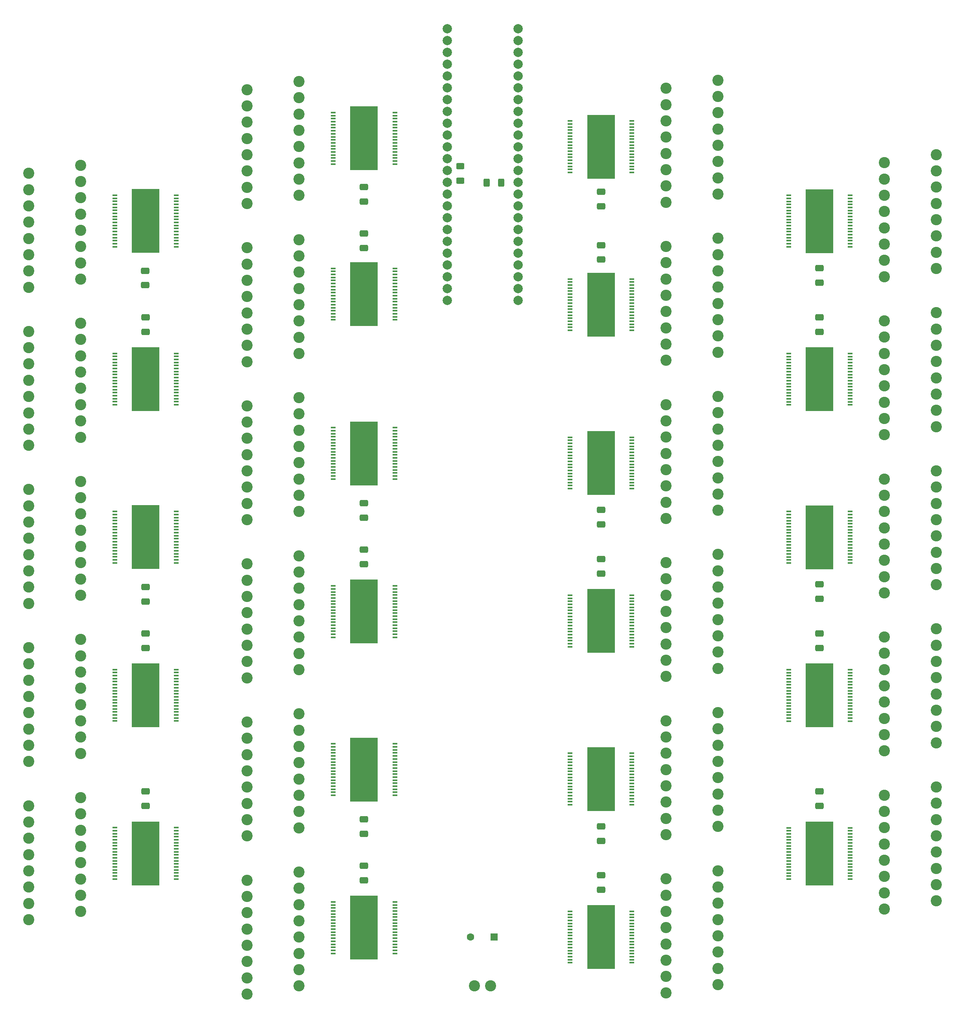
<source format=gbr>
%TF.GenerationSoftware,KiCad,Pcbnew,(6.0.10)*%
%TF.CreationDate,2024-04-02T10:47:47-04:00*%
%TF.ProjectId,OM3Controller,4f4d3343-6f6e-4747-926f-6c6c65722e6b,rev?*%
%TF.SameCoordinates,Original*%
%TF.FileFunction,Soldermask,Top*%
%TF.FilePolarity,Negative*%
%FSLAX46Y46*%
G04 Gerber Fmt 4.6, Leading zero omitted, Abs format (unit mm)*
G04 Created by KiCad (PCBNEW (6.0.10)) date 2024-04-02 10:47:47*
%MOMM*%
%LPD*%
G01*
G04 APERTURE LIST*
G04 Aperture macros list*
%AMRoundRect*
0 Rectangle with rounded corners*
0 $1 Rounding radius*
0 $2 $3 $4 $5 $6 $7 $8 $9 X,Y pos of 4 corners*
0 Add a 4 corners polygon primitive as box body*
4,1,4,$2,$3,$4,$5,$6,$7,$8,$9,$2,$3,0*
0 Add four circle primitives for the rounded corners*
1,1,$1+$1,$2,$3*
1,1,$1+$1,$4,$5*
1,1,$1+$1,$6,$7*
1,1,$1+$1,$8,$9*
0 Add four rect primitives between the rounded corners*
20,1,$1+$1,$2,$3,$4,$5,0*
20,1,$1+$1,$4,$5,$6,$7,0*
20,1,$1+$1,$6,$7,$8,$9,0*
20,1,$1+$1,$8,$9,$2,$3,0*%
G04 Aperture macros list end*
%ADD10C,2.400000*%
%ADD11R,1.100000X0.400000*%
%ADD12R,5.900000X13.700000*%
%ADD13RoundRect,0.250000X-0.650000X0.412500X-0.650000X-0.412500X0.650000X-0.412500X0.650000X0.412500X0*%
%ADD14RoundRect,0.250000X0.650000X-0.412500X0.650000X0.412500X-0.650000X0.412500X-0.650000X-0.412500X0*%
%ADD15RoundRect,0.250000X0.400000X0.625000X-0.400000X0.625000X-0.400000X-0.625000X0.400000X-0.625000X0*%
%ADD16RoundRect,0.250000X-0.625000X0.400000X-0.625000X-0.400000X0.625000X-0.400000X0.625000X0.400000X0*%
%ADD17C,2.000000*%
%ADD18R,1.600000X1.600000*%
%ADD19C,1.600000*%
G04 APERTURE END LIST*
D10*
%TO.C,J21*%
X419000000Y-228725000D03*
X430200000Y-226975000D03*
X419000000Y-225225000D03*
X430200000Y-223475000D03*
X419000000Y-221725000D03*
X430200000Y-219975000D03*
X419000000Y-218225000D03*
X430200000Y-216475000D03*
X419000000Y-214725000D03*
X430200000Y-212975000D03*
X419000000Y-211225000D03*
X430200000Y-209475000D03*
X419000000Y-207725000D03*
X430200000Y-205975000D03*
X419000000Y-204225000D03*
X430200000Y-202475000D03*
%TD*%
%TO.C,J3*%
X246000000Y-238750000D03*
X234800000Y-240500000D03*
X246000000Y-242250000D03*
X234800000Y-244000000D03*
X246000000Y-245750000D03*
X234800000Y-247500000D03*
X246000000Y-249250000D03*
X234800000Y-251000000D03*
X246000000Y-252750000D03*
X234800000Y-254500000D03*
X246000000Y-256250000D03*
X234800000Y-258000000D03*
X246000000Y-259750000D03*
X234800000Y-261500000D03*
X246000000Y-263250000D03*
X234800000Y-265000000D03*
%TD*%
D11*
%TO.C,U2*%
X266625000Y-222275000D03*
X266625000Y-221625000D03*
X266625000Y-220975000D03*
X266625000Y-220325000D03*
X266625000Y-219675000D03*
X266625000Y-219025000D03*
X266625000Y-218375000D03*
X266625000Y-217725000D03*
X266625000Y-217075000D03*
X266625000Y-216425000D03*
X266625000Y-215775000D03*
X266625000Y-215125000D03*
X266625000Y-214475000D03*
X266625000Y-213825000D03*
X266625000Y-213175000D03*
X266625000Y-212525000D03*
X266625000Y-211875000D03*
X266625000Y-211225000D03*
X253375000Y-211225000D03*
X253375000Y-211875000D03*
X253375000Y-212525000D03*
X253375000Y-213175000D03*
X253375000Y-213825000D03*
X253375000Y-214475000D03*
X253375000Y-215125000D03*
X253375000Y-215775000D03*
X253375000Y-216425000D03*
X253375000Y-217075000D03*
X253375000Y-217725000D03*
X253375000Y-218375000D03*
X253375000Y-219025000D03*
X253375000Y-219675000D03*
X253375000Y-220325000D03*
X253375000Y-220975000D03*
X253375000Y-221625000D03*
X253375000Y-222275000D03*
D12*
X260000000Y-216750000D03*
%TD*%
D11*
%TO.C,U19*%
X398375000Y-211250000D03*
X398375000Y-211900000D03*
X398375000Y-212550000D03*
X398375000Y-213200000D03*
X398375000Y-213850000D03*
X398375000Y-214500000D03*
X398375000Y-215150000D03*
X398375000Y-215800000D03*
X398375000Y-216450000D03*
X398375000Y-217100000D03*
X398375000Y-217750000D03*
X398375000Y-218400000D03*
X398375000Y-219050000D03*
X398375000Y-219700000D03*
X398375000Y-220350000D03*
X398375000Y-221000000D03*
X398375000Y-221650000D03*
X398375000Y-222300000D03*
X411625000Y-222300000D03*
X411625000Y-221650000D03*
X411625000Y-221000000D03*
X411625000Y-220350000D03*
X411625000Y-219700000D03*
X411625000Y-219050000D03*
X411625000Y-218400000D03*
X411625000Y-217750000D03*
X411625000Y-217100000D03*
X411625000Y-216450000D03*
X411625000Y-215800000D03*
X411625000Y-215150000D03*
X411625000Y-214500000D03*
X411625000Y-213850000D03*
X411625000Y-213200000D03*
X411625000Y-212550000D03*
X411625000Y-211900000D03*
X411625000Y-211250000D03*
D12*
X405000000Y-216775000D03*
%TD*%
D10*
%TO.C,J18*%
X372000000Y-314725000D03*
X383200000Y-312975000D03*
X372000000Y-311225000D03*
X383200000Y-309475000D03*
X372000000Y-307725000D03*
X383200000Y-305975000D03*
X372000000Y-304225000D03*
X383200000Y-302475000D03*
X372000000Y-300725000D03*
X383200000Y-298975000D03*
X372000000Y-297225000D03*
X383200000Y-295475000D03*
X372000000Y-293725000D03*
X383200000Y-291975000D03*
X372000000Y-290225000D03*
X383200000Y-288475000D03*
%TD*%
D11*
%TO.C,U8*%
X313625000Y-238250000D03*
X313625000Y-237600000D03*
X313625000Y-236950000D03*
X313625000Y-236300000D03*
X313625000Y-235650000D03*
X313625000Y-235000000D03*
X313625000Y-234350000D03*
X313625000Y-233700000D03*
X313625000Y-233050000D03*
X313625000Y-232400000D03*
X313625000Y-231750000D03*
X313625000Y-231100000D03*
X313625000Y-230450000D03*
X313625000Y-229800000D03*
X313625000Y-229150000D03*
X313625000Y-228500000D03*
X313625000Y-227850000D03*
X313625000Y-227200000D03*
X300375000Y-227200000D03*
X300375000Y-227850000D03*
X300375000Y-228500000D03*
X300375000Y-229150000D03*
X300375000Y-229800000D03*
X300375000Y-230450000D03*
X300375000Y-231100000D03*
X300375000Y-231750000D03*
X300375000Y-232400000D03*
X300375000Y-233050000D03*
X300375000Y-233700000D03*
X300375000Y-234350000D03*
X300375000Y-235000000D03*
X300375000Y-235650000D03*
X300375000Y-236300000D03*
X300375000Y-236950000D03*
X300375000Y-237600000D03*
X300375000Y-238250000D03*
D12*
X307000000Y-232725000D03*
%TD*%
D10*
%TO.C,J15*%
X372000000Y-212725000D03*
X383200000Y-210975000D03*
X372000000Y-209225000D03*
X383200000Y-207475000D03*
X372000000Y-205725000D03*
X383200000Y-203975000D03*
X372000000Y-202225000D03*
X383200000Y-200475000D03*
X372000000Y-198725000D03*
X383200000Y-196975000D03*
X372000000Y-195225000D03*
X383200000Y-193475000D03*
X372000000Y-191725000D03*
X383200000Y-189975000D03*
X372000000Y-188225000D03*
X383200000Y-186475000D03*
%TD*%
%TO.C,J9*%
X293000000Y-254750000D03*
X281800000Y-256500000D03*
X293000000Y-258250000D03*
X281800000Y-260000000D03*
X293000000Y-261750000D03*
X281800000Y-263500000D03*
X293000000Y-265250000D03*
X281800000Y-267000000D03*
X293000000Y-268750000D03*
X281800000Y-270500000D03*
X293000000Y-272250000D03*
X281800000Y-274000000D03*
X293000000Y-275750000D03*
X281800000Y-277500000D03*
X293000000Y-279250000D03*
X281800000Y-281000000D03*
%TD*%
%TO.C,J4*%
X246000000Y-272750000D03*
X234800000Y-274500000D03*
X246000000Y-276250000D03*
X234800000Y-278000000D03*
X246000000Y-279750000D03*
X234800000Y-281500000D03*
X246000000Y-283250000D03*
X234800000Y-285000000D03*
X246000000Y-286750000D03*
X234800000Y-288500000D03*
X246000000Y-290250000D03*
X234800000Y-292000000D03*
X246000000Y-293750000D03*
X234800000Y-295500000D03*
X246000000Y-297250000D03*
X234800000Y-299000000D03*
%TD*%
D13*
%TO.C,C7*%
X307000000Y-185437500D03*
X307000000Y-188562500D03*
%TD*%
D14*
%TO.C,C8*%
X307000000Y-246562500D03*
X307000000Y-243437500D03*
%TD*%
D13*
%TO.C,C22*%
X405000000Y-271437500D03*
X405000000Y-274562500D03*
%TD*%
D11*
%TO.C,U18*%
X398375000Y-177250000D03*
X398375000Y-177900000D03*
X398375000Y-178550000D03*
X398375000Y-179200000D03*
X398375000Y-179850000D03*
X398375000Y-180500000D03*
X398375000Y-181150000D03*
X398375000Y-181800000D03*
X398375000Y-182450000D03*
X398375000Y-183100000D03*
X398375000Y-183750000D03*
X398375000Y-184400000D03*
X398375000Y-185050000D03*
X398375000Y-185700000D03*
X398375000Y-186350000D03*
X398375000Y-187000000D03*
X398375000Y-187650000D03*
X398375000Y-188300000D03*
X411625000Y-188300000D03*
X411625000Y-187650000D03*
X411625000Y-187000000D03*
X411625000Y-186350000D03*
X411625000Y-185700000D03*
X411625000Y-185050000D03*
X411625000Y-184400000D03*
X411625000Y-183750000D03*
X411625000Y-183100000D03*
X411625000Y-182450000D03*
X411625000Y-181800000D03*
X411625000Y-181150000D03*
X411625000Y-180500000D03*
X411625000Y-179850000D03*
X411625000Y-179200000D03*
X411625000Y-178550000D03*
X411625000Y-177900000D03*
X411625000Y-177250000D03*
D12*
X405000000Y-182775000D03*
%TD*%
D15*
%TO.C,R1*%
X336500000Y-174500000D03*
X333400000Y-174500000D03*
%TD*%
D16*
%TO.C,R2*%
X327750000Y-170950000D03*
X327750000Y-174050000D03*
%TD*%
D10*
%TO.C,J17*%
X372000000Y-280725000D03*
X383200000Y-278975000D03*
X372000000Y-277225000D03*
X383200000Y-275475000D03*
X372000000Y-273725000D03*
X383200000Y-271975000D03*
X372000000Y-270225000D03*
X383200000Y-268475000D03*
X372000000Y-266725000D03*
X383200000Y-264975000D03*
X372000000Y-263225000D03*
X383200000Y-261475000D03*
X372000000Y-259725000D03*
X383200000Y-257975000D03*
X372000000Y-256225000D03*
X383200000Y-254475000D03*
%TD*%
D14*
%TO.C,C10*%
X307000000Y-314562500D03*
X307000000Y-311437500D03*
%TD*%
D11*
%TO.C,U11*%
X313625000Y-340250000D03*
X313625000Y-339600000D03*
X313625000Y-338950000D03*
X313625000Y-338300000D03*
X313625000Y-337650000D03*
X313625000Y-337000000D03*
X313625000Y-336350000D03*
X313625000Y-335700000D03*
X313625000Y-335050000D03*
X313625000Y-334400000D03*
X313625000Y-333750000D03*
X313625000Y-333100000D03*
X313625000Y-332450000D03*
X313625000Y-331800000D03*
X313625000Y-331150000D03*
X313625000Y-330500000D03*
X313625000Y-329850000D03*
X313625000Y-329200000D03*
X300375000Y-329200000D03*
X300375000Y-329850000D03*
X300375000Y-330500000D03*
X300375000Y-331150000D03*
X300375000Y-331800000D03*
X300375000Y-332450000D03*
X300375000Y-333100000D03*
X300375000Y-333750000D03*
X300375000Y-334400000D03*
X300375000Y-335050000D03*
X300375000Y-335700000D03*
X300375000Y-336350000D03*
X300375000Y-337000000D03*
X300375000Y-337650000D03*
X300375000Y-338300000D03*
X300375000Y-338950000D03*
X300375000Y-339600000D03*
X300375000Y-340250000D03*
D12*
X307000000Y-334725000D03*
%TD*%
D14*
%TO.C,C1*%
X259910000Y-196562500D03*
X259910000Y-193437500D03*
%TD*%
D10*
%TO.C,J16*%
X372000000Y-246725000D03*
X383200000Y-244975000D03*
X372000000Y-243225000D03*
X383200000Y-241475000D03*
X372000000Y-239725000D03*
X383200000Y-237975000D03*
X372000000Y-236225000D03*
X383200000Y-234475000D03*
X372000000Y-232725000D03*
X383200000Y-230975000D03*
X372000000Y-229225000D03*
X383200000Y-227475000D03*
X372000000Y-225725000D03*
X383200000Y-223975000D03*
X372000000Y-222225000D03*
X383200000Y-220475000D03*
%TD*%
D11*
%TO.C,U12*%
X351375000Y-161250000D03*
X351375000Y-161900000D03*
X351375000Y-162550000D03*
X351375000Y-163200000D03*
X351375000Y-163850000D03*
X351375000Y-164500000D03*
X351375000Y-165150000D03*
X351375000Y-165800000D03*
X351375000Y-166450000D03*
X351375000Y-167100000D03*
X351375000Y-167750000D03*
X351375000Y-168400000D03*
X351375000Y-169050000D03*
X351375000Y-169700000D03*
X351375000Y-170350000D03*
X351375000Y-171000000D03*
X351375000Y-171650000D03*
X351375000Y-172300000D03*
X364625000Y-172300000D03*
X364625000Y-171650000D03*
X364625000Y-171000000D03*
X364625000Y-170350000D03*
X364625000Y-169700000D03*
X364625000Y-169050000D03*
X364625000Y-168400000D03*
X364625000Y-167750000D03*
X364625000Y-167100000D03*
X364625000Y-166450000D03*
X364625000Y-165800000D03*
X364625000Y-165150000D03*
X364625000Y-164500000D03*
X364625000Y-163850000D03*
X364625000Y-163200000D03*
X364625000Y-162550000D03*
X364625000Y-161900000D03*
X364625000Y-161250000D03*
D12*
X358000000Y-166775000D03*
%TD*%
D13*
%TO.C,C16*%
X358000000Y-255437500D03*
X358000000Y-258562500D03*
%TD*%
D11*
%TO.C,U15*%
X351375000Y-263250000D03*
X351375000Y-263900000D03*
X351375000Y-264550000D03*
X351375000Y-265200000D03*
X351375000Y-265850000D03*
X351375000Y-266500000D03*
X351375000Y-267150000D03*
X351375000Y-267800000D03*
X351375000Y-268450000D03*
X351375000Y-269100000D03*
X351375000Y-269750000D03*
X351375000Y-270400000D03*
X351375000Y-271050000D03*
X351375000Y-271700000D03*
X351375000Y-272350000D03*
X351375000Y-273000000D03*
X351375000Y-273650000D03*
X351375000Y-274300000D03*
X364625000Y-274300000D03*
X364625000Y-273650000D03*
X364625000Y-273000000D03*
X364625000Y-272350000D03*
X364625000Y-271700000D03*
X364625000Y-271050000D03*
X364625000Y-270400000D03*
X364625000Y-269750000D03*
X364625000Y-269100000D03*
X364625000Y-268450000D03*
X364625000Y-267800000D03*
X364625000Y-267150000D03*
X364625000Y-266500000D03*
X364625000Y-265850000D03*
X364625000Y-265200000D03*
X364625000Y-264550000D03*
X364625000Y-263900000D03*
X364625000Y-263250000D03*
D12*
X358000000Y-268775000D03*
%TD*%
D14*
%TO.C,C17*%
X358000000Y-316037500D03*
X358000000Y-312912500D03*
%TD*%
D10*
%TO.C,J6*%
X293000000Y-152750000D03*
X281800000Y-154500000D03*
X293000000Y-156250000D03*
X281800000Y-158000000D03*
X293000000Y-159750000D03*
X281800000Y-161500000D03*
X293000000Y-163250000D03*
X281800000Y-165000000D03*
X293000000Y-166750000D03*
X281800000Y-168500000D03*
X293000000Y-170250000D03*
X281800000Y-172000000D03*
X293000000Y-173750000D03*
X281800000Y-175500000D03*
X293000000Y-177250000D03*
X281800000Y-179000000D03*
%TD*%
%TO.C,J22*%
X419000000Y-262725000D03*
X430200000Y-260975000D03*
X419000000Y-259225000D03*
X430200000Y-257475000D03*
X419000000Y-255725000D03*
X430200000Y-253975000D03*
X419000000Y-252225000D03*
X430200000Y-250475000D03*
X419000000Y-248725000D03*
X430200000Y-246975000D03*
X419000000Y-245225000D03*
X430200000Y-243475000D03*
X419000000Y-241725000D03*
X430200000Y-239975000D03*
X419000000Y-238225000D03*
X430200000Y-236475000D03*
%TD*%
D13*
%TO.C,C4*%
X260000000Y-271437500D03*
X260000000Y-274562500D03*
%TD*%
D11*
%TO.C,U22*%
X398375000Y-313250000D03*
X398375000Y-313900000D03*
X398375000Y-314550000D03*
X398375000Y-315200000D03*
X398375000Y-315850000D03*
X398375000Y-316500000D03*
X398375000Y-317150000D03*
X398375000Y-317800000D03*
X398375000Y-318450000D03*
X398375000Y-319100000D03*
X398375000Y-319750000D03*
X398375000Y-320400000D03*
X398375000Y-321050000D03*
X398375000Y-321700000D03*
X398375000Y-322350000D03*
X398375000Y-323000000D03*
X398375000Y-323650000D03*
X398375000Y-324300000D03*
X411625000Y-324300000D03*
X411625000Y-323650000D03*
X411625000Y-323000000D03*
X411625000Y-322350000D03*
X411625000Y-321700000D03*
X411625000Y-321050000D03*
X411625000Y-320400000D03*
X411625000Y-319750000D03*
X411625000Y-319100000D03*
X411625000Y-318450000D03*
X411625000Y-317800000D03*
X411625000Y-317150000D03*
X411625000Y-316500000D03*
X411625000Y-315850000D03*
X411625000Y-315200000D03*
X411625000Y-314550000D03*
X411625000Y-313900000D03*
X411625000Y-313250000D03*
D12*
X405000000Y-318775000D03*
%TD*%
D14*
%TO.C,C15*%
X358000000Y-248037500D03*
X358000000Y-244912500D03*
%TD*%
D10*
%TO.C,J7*%
X293000000Y-186750000D03*
X281800000Y-188500000D03*
X293000000Y-190250000D03*
X281800000Y-192000000D03*
X293000000Y-193750000D03*
X281800000Y-195500000D03*
X293000000Y-197250000D03*
X281800000Y-199000000D03*
X293000000Y-200750000D03*
X281800000Y-202500000D03*
X293000000Y-204250000D03*
X281800000Y-206000000D03*
X293000000Y-207750000D03*
X281800000Y-209500000D03*
X293000000Y-211250000D03*
X281800000Y-213000000D03*
%TD*%
D13*
%TO.C,C5*%
X260000000Y-305437500D03*
X260000000Y-308562500D03*
%TD*%
D10*
%TO.C,J1*%
X246000000Y-170750000D03*
X234800000Y-172500000D03*
X246000000Y-174250000D03*
X234800000Y-176000000D03*
X246000000Y-177750000D03*
X234800000Y-179500000D03*
X246000000Y-181250000D03*
X234800000Y-183000000D03*
X246000000Y-184750000D03*
X234800000Y-186500000D03*
X246000000Y-188250000D03*
X234800000Y-190000000D03*
X246000000Y-191750000D03*
X234800000Y-193500000D03*
X246000000Y-195250000D03*
X234800000Y-197000000D03*
%TD*%
D11*
%TO.C,U9*%
X313625000Y-272275000D03*
X313625000Y-271625000D03*
X313625000Y-270975000D03*
X313625000Y-270325000D03*
X313625000Y-269675000D03*
X313625000Y-269025000D03*
X313625000Y-268375000D03*
X313625000Y-267725000D03*
X313625000Y-267075000D03*
X313625000Y-266425000D03*
X313625000Y-265775000D03*
X313625000Y-265125000D03*
X313625000Y-264475000D03*
X313625000Y-263825000D03*
X313625000Y-263175000D03*
X313625000Y-262525000D03*
X313625000Y-261875000D03*
X313625000Y-261225000D03*
X300375000Y-261225000D03*
X300375000Y-261875000D03*
X300375000Y-262525000D03*
X300375000Y-263175000D03*
X300375000Y-263825000D03*
X300375000Y-264475000D03*
X300375000Y-265125000D03*
X300375000Y-265775000D03*
X300375000Y-266425000D03*
X300375000Y-267075000D03*
X300375000Y-267725000D03*
X300375000Y-268375000D03*
X300375000Y-269025000D03*
X300375000Y-269675000D03*
X300375000Y-270325000D03*
X300375000Y-270975000D03*
X300375000Y-271625000D03*
X300375000Y-272275000D03*
D12*
X307000000Y-266750000D03*
%TD*%
D13*
%TO.C,C2*%
X260000000Y-203437500D03*
X260000000Y-206562500D03*
%TD*%
D10*
%TO.C,J19*%
X372000000Y-348725000D03*
X383200000Y-346975000D03*
X372000000Y-345225000D03*
X383200000Y-343475000D03*
X372000000Y-341725000D03*
X383200000Y-339975000D03*
X372000000Y-338225000D03*
X383200000Y-336475000D03*
X372000000Y-334725000D03*
X383200000Y-332975000D03*
X372000000Y-331225000D03*
X383200000Y-329475000D03*
X372000000Y-327725000D03*
X383200000Y-325975000D03*
X372000000Y-324225000D03*
X383200000Y-322475000D03*
%TD*%
D11*
%TO.C,U3*%
X266625000Y-256275000D03*
X266625000Y-255625000D03*
X266625000Y-254975000D03*
X266625000Y-254325000D03*
X266625000Y-253675000D03*
X266625000Y-253025000D03*
X266625000Y-252375000D03*
X266625000Y-251725000D03*
X266625000Y-251075000D03*
X266625000Y-250425000D03*
X266625000Y-249775000D03*
X266625000Y-249125000D03*
X266625000Y-248475000D03*
X266625000Y-247825000D03*
X266625000Y-247175000D03*
X266625000Y-246525000D03*
X266625000Y-245875000D03*
X266625000Y-245225000D03*
X253375000Y-245225000D03*
X253375000Y-245875000D03*
X253375000Y-246525000D03*
X253375000Y-247175000D03*
X253375000Y-247825000D03*
X253375000Y-248475000D03*
X253375000Y-249125000D03*
X253375000Y-249775000D03*
X253375000Y-250425000D03*
X253375000Y-251075000D03*
X253375000Y-251725000D03*
X253375000Y-252375000D03*
X253375000Y-253025000D03*
X253375000Y-253675000D03*
X253375000Y-254325000D03*
X253375000Y-254975000D03*
X253375000Y-255625000D03*
X253375000Y-256275000D03*
D12*
X260000000Y-250750000D03*
%TD*%
D10*
%TO.C,J8*%
X293000000Y-220750000D03*
X281800000Y-222500000D03*
X293000000Y-224250000D03*
X281800000Y-226000000D03*
X293000000Y-227750000D03*
X281800000Y-229500000D03*
X293000000Y-231250000D03*
X281800000Y-233000000D03*
X293000000Y-234750000D03*
X281800000Y-236500000D03*
X293000000Y-238250000D03*
X281800000Y-240000000D03*
X293000000Y-241750000D03*
X281800000Y-243500000D03*
X293000000Y-245250000D03*
X281800000Y-247000000D03*
%TD*%
D13*
%TO.C,C20*%
X405000000Y-203437500D03*
X405000000Y-206562500D03*
%TD*%
D17*
%TO.C,MCU1*%
X324880000Y-141425000D03*
X324880000Y-143965000D03*
X324880000Y-146505000D03*
X324880000Y-149045000D03*
X324880000Y-151585000D03*
X324880000Y-154125000D03*
X324880000Y-156665000D03*
X324880000Y-159205000D03*
X324880000Y-161745000D03*
X324880000Y-164285000D03*
X324880000Y-166825000D03*
X324880000Y-169365000D03*
X324880000Y-171905000D03*
X324880000Y-174445000D03*
X324880000Y-176985000D03*
X324880000Y-179525000D03*
X324880000Y-182065000D03*
X324880000Y-184605000D03*
X324880000Y-187145000D03*
X324880000Y-189685000D03*
X324880000Y-192225000D03*
X324880000Y-194765000D03*
X324880000Y-197305000D03*
X324880000Y-199845000D03*
X340120000Y-141425000D03*
X340120000Y-143965000D03*
X340120000Y-146505000D03*
X340120000Y-149045000D03*
X340120000Y-151585000D03*
X340120000Y-154125000D03*
X340120000Y-156665000D03*
X340120000Y-159205000D03*
X340120000Y-161745000D03*
X340120000Y-164285000D03*
X340120000Y-166825000D03*
X340120000Y-169365000D03*
X340120000Y-171905000D03*
X340120000Y-174445000D03*
X340120000Y-176985000D03*
X340120000Y-179525000D03*
X340120000Y-182065000D03*
X340120000Y-184605000D03*
X340120000Y-187145000D03*
X340120000Y-189685000D03*
X340120000Y-192225000D03*
X340120000Y-194765000D03*
X340120000Y-197305000D03*
X340120000Y-199845000D03*
%TD*%
D11*
%TO.C,U20*%
X398375000Y-245250000D03*
X398375000Y-245900000D03*
X398375000Y-246550000D03*
X398375000Y-247200000D03*
X398375000Y-247850000D03*
X398375000Y-248500000D03*
X398375000Y-249150000D03*
X398375000Y-249800000D03*
X398375000Y-250450000D03*
X398375000Y-251100000D03*
X398375000Y-251750000D03*
X398375000Y-252400000D03*
X398375000Y-253050000D03*
X398375000Y-253700000D03*
X398375000Y-254350000D03*
X398375000Y-255000000D03*
X398375000Y-255650000D03*
X398375000Y-256300000D03*
X411625000Y-256300000D03*
X411625000Y-255650000D03*
X411625000Y-255000000D03*
X411625000Y-254350000D03*
X411625000Y-253700000D03*
X411625000Y-253050000D03*
X411625000Y-252400000D03*
X411625000Y-251750000D03*
X411625000Y-251100000D03*
X411625000Y-250450000D03*
X411625000Y-249800000D03*
X411625000Y-249150000D03*
X411625000Y-248500000D03*
X411625000Y-247850000D03*
X411625000Y-247200000D03*
X411625000Y-246550000D03*
X411625000Y-245900000D03*
X411625000Y-245250000D03*
D12*
X405000000Y-250775000D03*
%TD*%
D10*
%TO.C,J5*%
X246000000Y-306750000D03*
X234800000Y-308500000D03*
X246000000Y-310250000D03*
X234800000Y-312000000D03*
X246000000Y-313750000D03*
X234800000Y-315500000D03*
X246000000Y-317250000D03*
X234800000Y-319000000D03*
X246000000Y-320750000D03*
X234800000Y-322500000D03*
X246000000Y-324250000D03*
X234800000Y-326000000D03*
X246000000Y-327750000D03*
X234800000Y-329500000D03*
X246000000Y-331250000D03*
X234800000Y-333000000D03*
%TD*%
%TO.C,J11*%
X293000000Y-322750000D03*
X281800000Y-324500000D03*
X293000000Y-326250000D03*
X281800000Y-328000000D03*
X293000000Y-329750000D03*
X281800000Y-331500000D03*
X293000000Y-333250000D03*
X281800000Y-335000000D03*
X293000000Y-336750000D03*
X281800000Y-338500000D03*
X293000000Y-340250000D03*
X281800000Y-342000000D03*
X293000000Y-343750000D03*
X281800000Y-345500000D03*
X293000000Y-347250000D03*
X281800000Y-349000000D03*
%TD*%
D13*
%TO.C,C18*%
X358000000Y-323437500D03*
X358000000Y-326562500D03*
%TD*%
%TO.C,C14*%
X358000000Y-187937500D03*
X358000000Y-191062500D03*
%TD*%
D10*
%TO.C,J10*%
X293000000Y-288750000D03*
X281800000Y-290500000D03*
X293000000Y-292250000D03*
X281800000Y-294000000D03*
X293000000Y-295750000D03*
X281800000Y-297500000D03*
X293000000Y-299250000D03*
X281800000Y-301000000D03*
X293000000Y-302750000D03*
X281800000Y-304500000D03*
X293000000Y-306250000D03*
X281800000Y-308000000D03*
X293000000Y-309750000D03*
X281800000Y-311500000D03*
X293000000Y-313250000D03*
X281800000Y-315000000D03*
%TD*%
D11*
%TO.C,U6*%
X313625000Y-170500000D03*
X313625000Y-169850000D03*
X313625000Y-169200000D03*
X313625000Y-168550000D03*
X313625000Y-167900000D03*
X313625000Y-167250000D03*
X313625000Y-166600000D03*
X313625000Y-165950000D03*
X313625000Y-165300000D03*
X313625000Y-164650000D03*
X313625000Y-164000000D03*
X313625000Y-163350000D03*
X313625000Y-162700000D03*
X313625000Y-162050000D03*
X313625000Y-161400000D03*
X313625000Y-160750000D03*
X313625000Y-160100000D03*
X313625000Y-159450000D03*
X300375000Y-159450000D03*
X300375000Y-160100000D03*
X300375000Y-160750000D03*
X300375000Y-161400000D03*
X300375000Y-162050000D03*
X300375000Y-162700000D03*
X300375000Y-163350000D03*
X300375000Y-164000000D03*
X300375000Y-164650000D03*
X300375000Y-165300000D03*
X300375000Y-165950000D03*
X300375000Y-166600000D03*
X300375000Y-167250000D03*
X300375000Y-167900000D03*
X300375000Y-168550000D03*
X300375000Y-169200000D03*
X300375000Y-169850000D03*
X300375000Y-170500000D03*
D12*
X307000000Y-164975000D03*
%TD*%
D10*
%TO.C,J12*%
X330750000Y-347250000D03*
X334250000Y-347250000D03*
%TD*%
D11*
%TO.C,U10*%
X313625000Y-306250000D03*
X313625000Y-305600000D03*
X313625000Y-304950000D03*
X313625000Y-304300000D03*
X313625000Y-303650000D03*
X313625000Y-303000000D03*
X313625000Y-302350000D03*
X313625000Y-301700000D03*
X313625000Y-301050000D03*
X313625000Y-300400000D03*
X313625000Y-299750000D03*
X313625000Y-299100000D03*
X313625000Y-298450000D03*
X313625000Y-297800000D03*
X313625000Y-297150000D03*
X313625000Y-296500000D03*
X313625000Y-295850000D03*
X313625000Y-295200000D03*
X300375000Y-295200000D03*
X300375000Y-295850000D03*
X300375000Y-296500000D03*
X300375000Y-297150000D03*
X300375000Y-297800000D03*
X300375000Y-298450000D03*
X300375000Y-299100000D03*
X300375000Y-299750000D03*
X300375000Y-300400000D03*
X300375000Y-301050000D03*
X300375000Y-301700000D03*
X300375000Y-302350000D03*
X300375000Y-303000000D03*
X300375000Y-303650000D03*
X300375000Y-304300000D03*
X300375000Y-304950000D03*
X300375000Y-305600000D03*
X300375000Y-306250000D03*
D12*
X307000000Y-300725000D03*
%TD*%
D10*
%TO.C,J2*%
X246000000Y-204750000D03*
X234800000Y-206500000D03*
X246000000Y-208250000D03*
X234800000Y-210000000D03*
X246000000Y-211750000D03*
X234800000Y-213500000D03*
X246000000Y-215250000D03*
X234800000Y-217000000D03*
X246000000Y-218750000D03*
X234800000Y-220500000D03*
X246000000Y-222250000D03*
X234800000Y-224000000D03*
X246000000Y-225750000D03*
X234800000Y-227500000D03*
X246000000Y-229250000D03*
X234800000Y-231000000D03*
%TD*%
%TO.C,J24*%
X419000000Y-330725000D03*
X430200000Y-328975000D03*
X419000000Y-327225000D03*
X430200000Y-325475000D03*
X419000000Y-323725000D03*
X430200000Y-321975000D03*
X419000000Y-320225000D03*
X430200000Y-318475000D03*
X419000000Y-316725000D03*
X430200000Y-314975000D03*
X419000000Y-313225000D03*
X430200000Y-311475000D03*
X419000000Y-309725000D03*
X430200000Y-307975000D03*
X419000000Y-306225000D03*
X430200000Y-304475000D03*
%TD*%
D11*
%TO.C,U21*%
X398375000Y-279250000D03*
X398375000Y-279900000D03*
X398375000Y-280550000D03*
X398375000Y-281200000D03*
X398375000Y-281850000D03*
X398375000Y-282500000D03*
X398375000Y-283150000D03*
X398375000Y-283800000D03*
X398375000Y-284450000D03*
X398375000Y-285100000D03*
X398375000Y-285750000D03*
X398375000Y-286400000D03*
X398375000Y-287050000D03*
X398375000Y-287700000D03*
X398375000Y-288350000D03*
X398375000Y-289000000D03*
X398375000Y-289650000D03*
X398375000Y-290300000D03*
X411625000Y-290300000D03*
X411625000Y-289650000D03*
X411625000Y-289000000D03*
X411625000Y-288350000D03*
X411625000Y-287700000D03*
X411625000Y-287050000D03*
X411625000Y-286400000D03*
X411625000Y-285750000D03*
X411625000Y-285100000D03*
X411625000Y-284450000D03*
X411625000Y-283800000D03*
X411625000Y-283150000D03*
X411625000Y-282500000D03*
X411625000Y-281850000D03*
X411625000Y-281200000D03*
X411625000Y-280550000D03*
X411625000Y-279900000D03*
X411625000Y-279250000D03*
D12*
X405000000Y-284775000D03*
%TD*%
D11*
%TO.C,U13*%
X351375000Y-195225000D03*
X351375000Y-195875000D03*
X351375000Y-196525000D03*
X351375000Y-197175000D03*
X351375000Y-197825000D03*
X351375000Y-198475000D03*
X351375000Y-199125000D03*
X351375000Y-199775000D03*
X351375000Y-200425000D03*
X351375000Y-201075000D03*
X351375000Y-201725000D03*
X351375000Y-202375000D03*
X351375000Y-203025000D03*
X351375000Y-203675000D03*
X351375000Y-204325000D03*
X351375000Y-204975000D03*
X351375000Y-205625000D03*
X351375000Y-206275000D03*
X364625000Y-206275000D03*
X364625000Y-205625000D03*
X364625000Y-204975000D03*
X364625000Y-204325000D03*
X364625000Y-203675000D03*
X364625000Y-203025000D03*
X364625000Y-202375000D03*
X364625000Y-201725000D03*
X364625000Y-201075000D03*
X364625000Y-200425000D03*
X364625000Y-199775000D03*
X364625000Y-199125000D03*
X364625000Y-198475000D03*
X364625000Y-197825000D03*
X364625000Y-197175000D03*
X364625000Y-196525000D03*
X364625000Y-195875000D03*
X364625000Y-195225000D03*
D12*
X358000000Y-200750000D03*
%TD*%
D14*
%TO.C,C13*%
X358000000Y-179600000D03*
X358000000Y-176475000D03*
%TD*%
D18*
%TO.C,C12*%
X334957953Y-336750000D03*
D19*
X329957953Y-336750000D03*
%TD*%
D10*
%TO.C,J20*%
X419000000Y-194725000D03*
X430200000Y-192975000D03*
X419000000Y-191225000D03*
X430200000Y-189475000D03*
X419000000Y-187725000D03*
X430200000Y-185975000D03*
X419000000Y-184225000D03*
X430200000Y-182475000D03*
X419000000Y-180725000D03*
X430200000Y-178975000D03*
X419000000Y-177225000D03*
X430200000Y-175475000D03*
X419000000Y-173725000D03*
X430200000Y-171975000D03*
X419000000Y-170225000D03*
X430200000Y-168475000D03*
%TD*%
D11*
%TO.C,U17*%
X351375000Y-331225000D03*
X351375000Y-331875000D03*
X351375000Y-332525000D03*
X351375000Y-333175000D03*
X351375000Y-333825000D03*
X351375000Y-334475000D03*
X351375000Y-335125000D03*
X351375000Y-335775000D03*
X351375000Y-336425000D03*
X351375000Y-337075000D03*
X351375000Y-337725000D03*
X351375000Y-338375000D03*
X351375000Y-339025000D03*
X351375000Y-339675000D03*
X351375000Y-340325000D03*
X351375000Y-340975000D03*
X351375000Y-341625000D03*
X351375000Y-342275000D03*
X364625000Y-342275000D03*
X364625000Y-341625000D03*
X364625000Y-340975000D03*
X364625000Y-340325000D03*
X364625000Y-339675000D03*
X364625000Y-339025000D03*
X364625000Y-338375000D03*
X364625000Y-337725000D03*
X364625000Y-337075000D03*
X364625000Y-336425000D03*
X364625000Y-335775000D03*
X364625000Y-335125000D03*
X364625000Y-334475000D03*
X364625000Y-333825000D03*
X364625000Y-333175000D03*
X364625000Y-332525000D03*
X364625000Y-331875000D03*
X364625000Y-331225000D03*
D12*
X358000000Y-336750000D03*
%TD*%
D13*
%TO.C,C11*%
X307000000Y-321437500D03*
X307000000Y-324562500D03*
%TD*%
D10*
%TO.C,J14*%
X372000000Y-178725000D03*
X383200000Y-176975000D03*
X372000000Y-175225000D03*
X383200000Y-173475000D03*
X372000000Y-171725000D03*
X383200000Y-169975000D03*
X372000000Y-168225000D03*
X383200000Y-166475000D03*
X372000000Y-164725000D03*
X383200000Y-162975000D03*
X372000000Y-161225000D03*
X383200000Y-159475000D03*
X372000000Y-157725000D03*
X383200000Y-155975000D03*
X372000000Y-154225000D03*
X383200000Y-152475000D03*
%TD*%
D11*
%TO.C,U5*%
X266625000Y-324275000D03*
X266625000Y-323625000D03*
X266625000Y-322975000D03*
X266625000Y-322325000D03*
X266625000Y-321675000D03*
X266625000Y-321025000D03*
X266625000Y-320375000D03*
X266625000Y-319725000D03*
X266625000Y-319075000D03*
X266625000Y-318425000D03*
X266625000Y-317775000D03*
X266625000Y-317125000D03*
X266625000Y-316475000D03*
X266625000Y-315825000D03*
X266625000Y-315175000D03*
X266625000Y-314525000D03*
X266625000Y-313875000D03*
X266625000Y-313225000D03*
X253375000Y-313225000D03*
X253375000Y-313875000D03*
X253375000Y-314525000D03*
X253375000Y-315175000D03*
X253375000Y-315825000D03*
X253375000Y-316475000D03*
X253375000Y-317125000D03*
X253375000Y-317775000D03*
X253375000Y-318425000D03*
X253375000Y-319075000D03*
X253375000Y-319725000D03*
X253375000Y-320375000D03*
X253375000Y-321025000D03*
X253375000Y-321675000D03*
X253375000Y-322325000D03*
X253375000Y-322975000D03*
X253375000Y-323625000D03*
X253375000Y-324275000D03*
D12*
X260000000Y-318750000D03*
%TD*%
D10*
%TO.C,J23*%
X419000000Y-296725000D03*
X430200000Y-294975000D03*
X419000000Y-293225000D03*
X430200000Y-291475000D03*
X419000000Y-289725000D03*
X430200000Y-287975000D03*
X419000000Y-286225000D03*
X430200000Y-284475000D03*
X419000000Y-282725000D03*
X430200000Y-280975000D03*
X419000000Y-279225000D03*
X430200000Y-277475000D03*
X419000000Y-275725000D03*
X430200000Y-273975000D03*
X419000000Y-272225000D03*
X430200000Y-270475000D03*
%TD*%
D11*
%TO.C,U14*%
X351375000Y-229250000D03*
X351375000Y-229900000D03*
X351375000Y-230550000D03*
X351375000Y-231200000D03*
X351375000Y-231850000D03*
X351375000Y-232500000D03*
X351375000Y-233150000D03*
X351375000Y-233800000D03*
X351375000Y-234450000D03*
X351375000Y-235100000D03*
X351375000Y-235750000D03*
X351375000Y-236400000D03*
X351375000Y-237050000D03*
X351375000Y-237700000D03*
X351375000Y-238350000D03*
X351375000Y-239000000D03*
X351375000Y-239650000D03*
X351375000Y-240300000D03*
X364625000Y-240300000D03*
X364625000Y-239650000D03*
X364625000Y-239000000D03*
X364625000Y-238350000D03*
X364625000Y-237700000D03*
X364625000Y-237050000D03*
X364625000Y-236400000D03*
X364625000Y-235750000D03*
X364625000Y-235100000D03*
X364625000Y-234450000D03*
X364625000Y-233800000D03*
X364625000Y-233150000D03*
X364625000Y-232500000D03*
X364625000Y-231850000D03*
X364625000Y-231200000D03*
X364625000Y-230550000D03*
X364625000Y-229900000D03*
X364625000Y-229250000D03*
D12*
X358000000Y-234775000D03*
%TD*%
D11*
%TO.C,U4*%
X266625000Y-290275000D03*
X266625000Y-289625000D03*
X266625000Y-288975000D03*
X266625000Y-288325000D03*
X266625000Y-287675000D03*
X266625000Y-287025000D03*
X266625000Y-286375000D03*
X266625000Y-285725000D03*
X266625000Y-285075000D03*
X266625000Y-284425000D03*
X266625000Y-283775000D03*
X266625000Y-283125000D03*
X266625000Y-282475000D03*
X266625000Y-281825000D03*
X266625000Y-281175000D03*
X266625000Y-280525000D03*
X266625000Y-279875000D03*
X266625000Y-279225000D03*
X253375000Y-279225000D03*
X253375000Y-279875000D03*
X253375000Y-280525000D03*
X253375000Y-281175000D03*
X253375000Y-281825000D03*
X253375000Y-282475000D03*
X253375000Y-283125000D03*
X253375000Y-283775000D03*
X253375000Y-284425000D03*
X253375000Y-285075000D03*
X253375000Y-285725000D03*
X253375000Y-286375000D03*
X253375000Y-287025000D03*
X253375000Y-287675000D03*
X253375000Y-288325000D03*
X253375000Y-288975000D03*
X253375000Y-289625000D03*
X253375000Y-290275000D03*
D12*
X260000000Y-284750000D03*
%TD*%
D14*
%TO.C,C3*%
X260000000Y-264562500D03*
X260000000Y-261437500D03*
%TD*%
%TO.C,C21*%
X405000000Y-264037500D03*
X405000000Y-260912500D03*
%TD*%
%TO.C,C19*%
X405000000Y-196037500D03*
X405000000Y-192912500D03*
%TD*%
D11*
%TO.C,U7*%
X313625000Y-204000000D03*
X313625000Y-203350000D03*
X313625000Y-202700000D03*
X313625000Y-202050000D03*
X313625000Y-201400000D03*
X313625000Y-200750000D03*
X313625000Y-200100000D03*
X313625000Y-199450000D03*
X313625000Y-198800000D03*
X313625000Y-198150000D03*
X313625000Y-197500000D03*
X313625000Y-196850000D03*
X313625000Y-196200000D03*
X313625000Y-195550000D03*
X313625000Y-194900000D03*
X313625000Y-194250000D03*
X313625000Y-193600000D03*
X313625000Y-192950000D03*
X300375000Y-192950000D03*
X300375000Y-193600000D03*
X300375000Y-194250000D03*
X300375000Y-194900000D03*
X300375000Y-195550000D03*
X300375000Y-196200000D03*
X300375000Y-196850000D03*
X300375000Y-197500000D03*
X300375000Y-198150000D03*
X300375000Y-198800000D03*
X300375000Y-199450000D03*
X300375000Y-200100000D03*
X300375000Y-200750000D03*
X300375000Y-201400000D03*
X300375000Y-202050000D03*
X300375000Y-202700000D03*
X300375000Y-203350000D03*
X300375000Y-204000000D03*
D12*
X307000000Y-198475000D03*
%TD*%
D13*
%TO.C,C23*%
X405000000Y-305437500D03*
X405000000Y-308562500D03*
%TD*%
D11*
%TO.C,U16*%
X351375000Y-297225000D03*
X351375000Y-297875000D03*
X351375000Y-298525000D03*
X351375000Y-299175000D03*
X351375000Y-299825000D03*
X351375000Y-300475000D03*
X351375000Y-301125000D03*
X351375000Y-301775000D03*
X351375000Y-302425000D03*
X351375000Y-303075000D03*
X351375000Y-303725000D03*
X351375000Y-304375000D03*
X351375000Y-305025000D03*
X351375000Y-305675000D03*
X351375000Y-306325000D03*
X351375000Y-306975000D03*
X351375000Y-307625000D03*
X351375000Y-308275000D03*
X364625000Y-308275000D03*
X364625000Y-307625000D03*
X364625000Y-306975000D03*
X364625000Y-306325000D03*
X364625000Y-305675000D03*
X364625000Y-305025000D03*
X364625000Y-304375000D03*
X364625000Y-303725000D03*
X364625000Y-303075000D03*
X364625000Y-302425000D03*
X364625000Y-301775000D03*
X364625000Y-301125000D03*
X364625000Y-300475000D03*
X364625000Y-299825000D03*
X364625000Y-299175000D03*
X364625000Y-298525000D03*
X364625000Y-297875000D03*
X364625000Y-297225000D03*
D12*
X358000000Y-302750000D03*
%TD*%
D13*
%TO.C,C9*%
X307000000Y-253437500D03*
X307000000Y-256562500D03*
%TD*%
D11*
%TO.C,U1*%
X266625000Y-188275000D03*
X266625000Y-187625000D03*
X266625000Y-186975000D03*
X266625000Y-186325000D03*
X266625000Y-185675000D03*
X266625000Y-185025000D03*
X266625000Y-184375000D03*
X266625000Y-183725000D03*
X266625000Y-183075000D03*
X266625000Y-182425000D03*
X266625000Y-181775000D03*
X266625000Y-181125000D03*
X266625000Y-180475000D03*
X266625000Y-179825000D03*
X266625000Y-179175000D03*
X266625000Y-178525000D03*
X266625000Y-177875000D03*
X266625000Y-177225000D03*
X253375000Y-177225000D03*
X253375000Y-177875000D03*
X253375000Y-178525000D03*
X253375000Y-179175000D03*
X253375000Y-179825000D03*
X253375000Y-180475000D03*
X253375000Y-181125000D03*
X253375000Y-181775000D03*
X253375000Y-182425000D03*
X253375000Y-183075000D03*
X253375000Y-183725000D03*
X253375000Y-184375000D03*
X253375000Y-185025000D03*
X253375000Y-185675000D03*
X253375000Y-186325000D03*
X253375000Y-186975000D03*
X253375000Y-187625000D03*
X253375000Y-188275000D03*
D12*
X260000000Y-182750000D03*
%TD*%
D14*
%TO.C,C6*%
X307000000Y-178562500D03*
X307000000Y-175437500D03*
%TD*%
M02*

</source>
